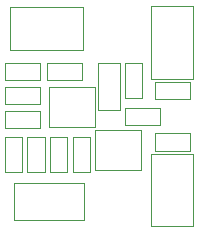
<source format=gbr>
%TF.GenerationSoftware,KiCad,Pcbnew,8.0.1*%
%TF.CreationDate,2024-05-12T11:03:26+05:30*%
%TF.ProjectId,PBSEQ-D1,50425345-512d-4443-912e-6b696361645f,0.1*%
%TF.SameCoordinates,PX7bfa480PY68e7780*%
%TF.FileFunction,Other,User*%
%FSLAX46Y46*%
G04 Gerber Fmt 4.6, Leading zero omitted, Abs format (unit mm)*
G04 Created by KiCad (PCBNEW 8.0.1) date 2024-05-12 11:03:26*
%MOMM*%
%LPD*%
G01*
G04 APERTURE LIST*
%ADD10C,0.050000*%
G04 APERTURE END LIST*
%TO.C,SW1*%
D10*
X7480000Y660000D02*
X1580000Y660000D01*
X1580000Y3860000D01*
X7480000Y3860000D01*
X7480000Y660000D01*
%TO.C,R7*%
X13915000Y8715000D02*
X10955000Y8715000D01*
X10955000Y8715000D02*
X10955000Y10175000D01*
X13915000Y10175000D02*
X13915000Y8715000D01*
X10955000Y10175000D02*
X13915000Y10175000D01*
%TO.C,R6*%
X10955000Y11035000D02*
X10955000Y13995000D01*
X10955000Y13995000D02*
X12415000Y13995000D01*
X12415000Y11035000D02*
X10955000Y11035000D01*
X12415000Y13995000D02*
X12415000Y11035000D01*
%TO.C,R5*%
X3795000Y12545000D02*
X835000Y12545000D01*
X835000Y12545000D02*
X835000Y14005000D01*
X3795000Y14005000D02*
X3795000Y12545000D01*
X835000Y14005000D02*
X3795000Y14005000D01*
%TO.C,R4*%
X4335000Y14005000D02*
X7295000Y14005000D01*
X7295000Y14005000D02*
X7295000Y12545000D01*
X4335000Y12545000D02*
X4335000Y14005000D01*
X7295000Y12545000D02*
X4335000Y12545000D01*
%TO.C,R3*%
X835000Y11975000D02*
X3795000Y11975000D01*
X3795000Y11975000D02*
X3795000Y10515000D01*
X835000Y10515000D02*
X835000Y11975000D01*
X3795000Y10515000D02*
X835000Y10515000D01*
%TO.C,R2*%
X4565000Y4765000D02*
X4565000Y7725000D01*
X4565000Y7725000D02*
X6025000Y7725000D01*
X6025000Y4765000D02*
X4565000Y4765000D01*
X6025000Y7725000D02*
X6025000Y4765000D01*
%TO.C,R1*%
X4145000Y7725000D02*
X4145000Y4765000D01*
X4145000Y4765000D02*
X2685000Y4765000D01*
X2685000Y7725000D02*
X4145000Y7725000D01*
X2685000Y4765000D02*
X2685000Y7725000D01*
%TO.C,Q2*%
X4545000Y11963000D02*
X4545000Y8563000D01*
X4545000Y8563000D02*
X8385000Y8563000D01*
X8385000Y8563000D02*
X8385000Y11963000D01*
X8385000Y11963000D02*
X4545000Y11963000D01*
%TO.C,Q1*%
X8445000Y8294000D02*
X8445000Y4894000D01*
X8445000Y4894000D02*
X12285000Y4894000D01*
X12285000Y4894000D02*
X12285000Y8294000D01*
X12285000Y8294000D02*
X8445000Y8294000D01*
%TO.C,J3*%
X1222500Y18725000D02*
X1222500Y15125000D01*
X7372500Y18725000D02*
X1222500Y18725000D01*
X1222500Y15125000D02*
X7372500Y15125000D01*
X7372500Y15125000D02*
X7372500Y18725000D01*
%TO.C,J2*%
X16725000Y6325000D02*
X13125000Y6325000D01*
X16725000Y175000D02*
X16725000Y6325000D01*
X13125000Y6325000D02*
X13125000Y175000D01*
X13125000Y175000D02*
X16725000Y175000D01*
%TO.C,J1*%
X13125000Y12675000D02*
X16725000Y12675000D01*
X13125000Y18825000D02*
X13125000Y12675000D01*
X16725000Y12675000D02*
X16725000Y18825000D01*
X16725000Y18825000D02*
X13125000Y18825000D01*
%TO.C,D3*%
X13465000Y6565000D02*
X13465000Y8025000D01*
X13465000Y8025000D02*
X16425000Y8025000D01*
X16425000Y8025000D02*
X16425000Y6565000D01*
X16425000Y6565000D02*
X13465000Y6565000D01*
%TO.C,D2*%
X13465000Y10955000D02*
X13465000Y12415000D01*
X13465000Y12415000D02*
X16425000Y12415000D01*
X16425000Y12415000D02*
X16425000Y10955000D01*
X16425000Y10955000D02*
X13465000Y10955000D01*
%TO.C,D1*%
X8625000Y9980000D02*
X10525000Y9980000D01*
X8625000Y13980000D02*
X10525000Y13980000D01*
X10525000Y9980000D02*
X10525000Y13980000D01*
X8625000Y9980000D02*
X8625000Y13980000D01*
%TO.C,C3*%
X795000Y7725000D02*
X2255000Y7725000D01*
X2255000Y4765000D02*
X795000Y4765000D01*
X2255000Y7725000D02*
X2255000Y4765000D01*
X795000Y4765000D02*
X795000Y7725000D01*
%TO.C,C2*%
X825000Y8505000D02*
X825000Y9965000D01*
X3785000Y9965000D02*
X3785000Y8505000D01*
X825000Y9965000D02*
X3785000Y9965000D01*
X3785000Y8505000D02*
X825000Y8505000D01*
%TO.C,C1*%
X7985000Y4765000D02*
X6525000Y4765000D01*
X6525000Y7725000D02*
X7985000Y7725000D01*
X6525000Y4765000D02*
X6525000Y7725000D01*
X7985000Y7725000D02*
X7985000Y4765000D01*
%TD*%
M02*

</source>
